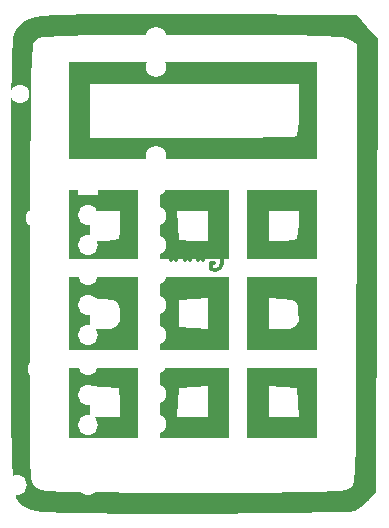
<source format=gbo>
G04 #@! TF.GenerationSoftware,KiCad,Pcbnew,7.0.7*
G04 #@! TF.CreationDate,2024-05-28T19:52:44+02:00*
G04 #@! TF.ProjectId,linefollower_pcb,6c696e65-666f-46c6-9c6f-7765725f7063,rev?*
G04 #@! TF.SameCoordinates,Original*
G04 #@! TF.FileFunction,Legend,Bot*
G04 #@! TF.FilePolarity,Positive*
%FSLAX46Y46*%
G04 Gerber Fmt 4.6, Leading zero omitted, Abs format (unit mm)*
G04 Created by KiCad (PCBNEW 7.0.7) date 2024-05-28 19:52:44*
%MOMM*%
%LPD*%
G01*
G04 APERTURE LIST*
G04 Aperture macros list*
%AMRoundRect*
0 Rectangle with rounded corners*
0 $1 Rounding radius*
0 $2 $3 $4 $5 $6 $7 $8 $9 X,Y pos of 4 corners*
0 Add a 4 corners polygon primitive as box body*
4,1,4,$2,$3,$4,$5,$6,$7,$8,$9,$2,$3,0*
0 Add four circle primitives for the rounded corners*
1,1,$1+$1,$2,$3*
1,1,$1+$1,$4,$5*
1,1,$1+$1,$6,$7*
1,1,$1+$1,$8,$9*
0 Add four rect primitives between the rounded corners*
20,1,$1+$1,$2,$3,$4,$5,0*
20,1,$1+$1,$4,$5,$6,$7,0*
20,1,$1+$1,$6,$7,$8,$9,0*
20,1,$1+$1,$8,$9,$2,$3,0*%
G04 Aperture macros list end*
%ADD10C,0.300000*%
%ADD11R,1.700000X1.700000*%
%ADD12O,1.700000X1.700000*%
%ADD13C,0.800000*%
%ADD14C,5.400000*%
%ADD15R,1.600000X1.600000*%
%ADD16C,1.600000*%
%ADD17C,1.524000*%
%ADD18RoundRect,0.102000X-0.765000X-0.765000X0.765000X-0.765000X0.765000X0.765000X-0.765000X0.765000X0*%
%ADD19C,1.734000*%
G04 APERTURE END LIST*
D10*
X115771427Y-95399757D02*
X115914285Y-95328328D01*
X115914285Y-95328328D02*
X116128570Y-95328328D01*
X116128570Y-95328328D02*
X116342856Y-95399757D01*
X116342856Y-95399757D02*
X116485713Y-95542614D01*
X116485713Y-95542614D02*
X116557142Y-95685471D01*
X116557142Y-95685471D02*
X116628570Y-95971185D01*
X116628570Y-95971185D02*
X116628570Y-96185471D01*
X116628570Y-96185471D02*
X116557142Y-96471185D01*
X116557142Y-96471185D02*
X116485713Y-96614042D01*
X116485713Y-96614042D02*
X116342856Y-96756900D01*
X116342856Y-96756900D02*
X116128570Y-96828328D01*
X116128570Y-96828328D02*
X115985713Y-96828328D01*
X115985713Y-96828328D02*
X115771427Y-96756900D01*
X115771427Y-96756900D02*
X115699999Y-96685471D01*
X115699999Y-96685471D02*
X115699999Y-96185471D01*
X115699999Y-96185471D02*
X115985713Y-96185471D01*
X114842856Y-95328328D02*
X114842856Y-95685471D01*
X115199999Y-95542614D02*
X114842856Y-95685471D01*
X114842856Y-95685471D02*
X114485713Y-95542614D01*
X115057142Y-95971185D02*
X114842856Y-95685471D01*
X114842856Y-95685471D02*
X114628570Y-95971185D01*
X113699999Y-95328328D02*
X113699999Y-95685471D01*
X114057142Y-95542614D02*
X113699999Y-95685471D01*
X113699999Y-95685471D02*
X113342856Y-95542614D01*
X113914285Y-95971185D02*
X113699999Y-95685471D01*
X113699999Y-95685471D02*
X113485713Y-95971185D01*
X112557142Y-95328328D02*
X112557142Y-95685471D01*
X112914285Y-95542614D02*
X112557142Y-95685471D01*
X112557142Y-95685471D02*
X112199999Y-95542614D01*
X112771428Y-95971185D02*
X112557142Y-95685471D01*
X112557142Y-95685471D02*
X112342856Y-95971185D01*
G36*
X124712626Y-111030808D02*
G01*
X121762121Y-111030808D01*
X118811616Y-111030808D01*
X118811616Y-109234849D01*
X120607575Y-109234849D01*
X121904461Y-109234849D01*
X123201347Y-109234849D01*
X123123148Y-108016162D01*
X123044949Y-106797475D01*
X121826262Y-106719276D01*
X120607575Y-106641077D01*
X120607575Y-107937963D01*
X120607575Y-109234849D01*
X118811616Y-109234849D01*
X118811616Y-108080303D01*
X118811616Y-105129798D01*
X121762121Y-105129798D01*
X124712626Y-105129798D01*
X124712626Y-108080303D01*
X124712626Y-109234849D01*
X124712626Y-111030808D01*
G37*
G36*
X117272222Y-108080303D02*
G01*
X117272222Y-111030808D01*
X114321717Y-111030808D01*
X111371212Y-111030808D01*
X111371212Y-109234849D01*
X112882491Y-109234849D01*
X114179377Y-109234849D01*
X115476262Y-109234849D01*
X115476262Y-107937963D01*
X115476262Y-106641077D01*
X114257575Y-106719276D01*
X113038889Y-106797475D01*
X112960690Y-108016162D01*
X112882491Y-109234849D01*
X111371212Y-109234849D01*
X111371212Y-108080303D01*
X111371212Y-105129798D01*
X114321717Y-105129798D01*
X117272222Y-105129798D01*
X117272222Y-106641077D01*
X117272222Y-108080303D01*
G37*
G36*
X117272222Y-100511616D02*
G01*
X117272222Y-103590404D01*
X114321717Y-103590404D01*
X111371212Y-103590404D01*
X111371212Y-101666162D01*
X113038889Y-101666162D01*
X114257575Y-101744361D01*
X115476262Y-101822560D01*
X115476262Y-100511616D01*
X115476262Y-99200673D01*
X114257575Y-99278872D01*
X113038889Y-99357071D01*
X113038889Y-100511616D01*
X113038889Y-101666162D01*
X111371212Y-101666162D01*
X111371212Y-100511616D01*
X111371212Y-97432829D01*
X114321717Y-97432829D01*
X117272222Y-97432829D01*
X117272222Y-99200673D01*
X117272222Y-100511616D01*
G37*
G36*
X117272222Y-92942930D02*
G01*
X117272222Y-95893435D01*
X114321717Y-95893435D01*
X111371212Y-95893435D01*
X111371212Y-92942930D01*
X111371212Y-91788384D01*
X112882491Y-91788384D01*
X112960690Y-93007071D01*
X113038889Y-94225758D01*
X114257575Y-94303957D01*
X115476262Y-94382156D01*
X115476262Y-93085270D01*
X115476262Y-91788384D01*
X114179377Y-91788384D01*
X112882491Y-91788384D01*
X111371212Y-91788384D01*
X111371212Y-89992425D01*
X114321717Y-89992425D01*
X117272222Y-89992425D01*
X117272222Y-91788384D01*
X117272222Y-92942930D01*
G37*
G36*
X109575252Y-111030808D02*
G01*
X106624747Y-111030808D01*
X103674242Y-111030808D01*
X103674242Y-109234849D01*
X105470202Y-109234849D01*
X106767088Y-109234849D01*
X108063973Y-109234849D01*
X107985774Y-108016162D01*
X107907575Y-106797475D01*
X106688889Y-106719276D01*
X105470202Y-106641077D01*
X105470202Y-107937963D01*
X105470202Y-109234849D01*
X103674242Y-109234849D01*
X103674242Y-108080303D01*
X103674242Y-105129798D01*
X106624747Y-105129798D01*
X109575252Y-105129798D01*
X109575252Y-108080303D01*
X109575252Y-109234849D01*
X109575252Y-111030808D01*
G37*
G36*
X124712626Y-103590404D02*
G01*
X121762121Y-103590404D01*
X118811616Y-103590404D01*
X118811616Y-101794445D01*
X120607575Y-101794445D01*
X121770173Y-101794445D01*
X122394183Y-101763756D01*
X122932456Y-101563299D01*
X123146259Y-101082679D01*
X123127168Y-100215334D01*
X123082286Y-99848456D01*
X122934377Y-99503835D01*
X122564102Y-99348814D01*
X121826262Y-99278872D01*
X120607575Y-99200673D01*
X120607575Y-100497559D01*
X120607575Y-101794445D01*
X118811616Y-101794445D01*
X118811616Y-100511616D01*
X118811616Y-97432829D01*
X121762121Y-97432829D01*
X124712626Y-97432829D01*
X124712626Y-100511616D01*
X124712626Y-101082679D01*
X124712626Y-103590404D01*
G37*
G36*
X124712626Y-92942930D02*
G01*
X124712626Y-95893435D01*
X121762121Y-95893435D01*
X118811616Y-95893435D01*
X118811616Y-94354041D01*
X120607575Y-94354041D01*
X121719360Y-94354041D01*
X122006385Y-94348454D01*
X122660489Y-94288162D01*
X123002188Y-94182997D01*
X123045486Y-94103382D01*
X123136842Y-93620130D01*
X123173232Y-92900169D01*
X123173232Y-91788384D01*
X121890404Y-91788384D01*
X120607575Y-91788384D01*
X120607575Y-93071212D01*
X120607575Y-94354041D01*
X118811616Y-94354041D01*
X118811616Y-92942930D01*
X118811616Y-89992425D01*
X121762121Y-89992425D01*
X124712626Y-89992425D01*
X124712626Y-91788384D01*
X124712626Y-92942930D01*
G37*
G36*
X109575252Y-103590404D02*
G01*
X106624747Y-103590404D01*
X103674242Y-103590404D01*
X103674242Y-101794445D01*
X105470202Y-101794445D01*
X106632799Y-101794445D01*
X107256810Y-101763756D01*
X107795082Y-101563299D01*
X108008886Y-101082679D01*
X107989794Y-100215334D01*
X107944913Y-99848456D01*
X107797003Y-99503835D01*
X107426728Y-99348814D01*
X106688889Y-99278872D01*
X105470202Y-99200673D01*
X105470202Y-100497559D01*
X105470202Y-101794445D01*
X103674242Y-101794445D01*
X103674242Y-100511616D01*
X103674242Y-97432829D01*
X106624747Y-97432829D01*
X109575252Y-97432829D01*
X109575252Y-100511616D01*
X109575252Y-101082679D01*
X109575252Y-103590404D01*
G37*
G36*
X109575252Y-92942930D02*
G01*
X109575252Y-95893435D01*
X106624747Y-95893435D01*
X103674242Y-95893435D01*
X103674242Y-94354041D01*
X105470202Y-94354041D01*
X106581986Y-94354041D01*
X106869011Y-94348454D01*
X107523116Y-94288162D01*
X107864815Y-94182997D01*
X107908113Y-94103382D01*
X107999468Y-93620130D01*
X108035858Y-92900169D01*
X108035858Y-91788384D01*
X106753030Y-91788384D01*
X105470202Y-91788384D01*
X105470202Y-93071212D01*
X105470202Y-94354041D01*
X103674242Y-94354041D01*
X103674242Y-92942930D01*
X103674242Y-89992425D01*
X106624747Y-89992425D01*
X109575252Y-89992425D01*
X109575252Y-91788384D01*
X109575252Y-92942930D01*
G37*
G36*
X124712626Y-83321717D02*
G01*
X124712626Y-87426768D01*
X114193434Y-87426768D01*
X103674242Y-87426768D01*
X103674242Y-85630808D01*
X105470202Y-85630808D01*
X114150673Y-85630808D01*
X115696907Y-85628081D01*
X117641643Y-85616407D01*
X119376322Y-85596620D01*
X120840330Y-85569891D01*
X121973053Y-85537391D01*
X122713877Y-85500292D01*
X123002188Y-85459765D01*
X123029186Y-85405974D01*
X123102694Y-84948463D01*
X123153968Y-84152702D01*
X123173232Y-83150674D01*
X123173232Y-81012627D01*
X114321717Y-81012627D01*
X105470202Y-81012627D01*
X105470202Y-83321717D01*
X105470202Y-85630808D01*
X103674242Y-85630808D01*
X103674242Y-83321717D01*
X103674242Y-79216667D01*
X114193434Y-79216667D01*
X124712626Y-79216667D01*
X124712626Y-81012627D01*
X124712626Y-83321717D01*
G37*
G36*
X129784574Y-96387427D02*
G01*
X129715656Y-115607825D01*
X129074242Y-116297880D01*
X129026901Y-116347939D01*
X128443035Y-116868901D01*
X127919697Y-117200179D01*
X127869729Y-117212206D01*
X127382011Y-117253221D01*
X126446073Y-117291936D01*
X125112399Y-117327508D01*
X123431469Y-117359092D01*
X121453765Y-117385846D01*
X119229770Y-117406925D01*
X116809966Y-117421487D01*
X114244834Y-117428687D01*
X113204251Y-117429792D01*
X110360735Y-117430189D01*
X107974787Y-117425259D01*
X106004593Y-117413899D01*
X104408334Y-117395004D01*
X103144196Y-117367469D01*
X102170360Y-117330192D01*
X101445012Y-117282067D01*
X100926334Y-117221991D01*
X100572509Y-117148859D01*
X100341722Y-117061567D01*
X100287948Y-117034159D01*
X100011450Y-116900272D01*
X99771393Y-116772683D01*
X99565210Y-116616762D01*
X99390335Y-116397883D01*
X99244200Y-116081415D01*
X99124240Y-115632732D01*
X99027886Y-115017204D01*
X98952573Y-114200204D01*
X98895733Y-113147103D01*
X98854799Y-111823273D01*
X98827205Y-110194085D01*
X98810385Y-108224912D01*
X98803933Y-106469546D01*
X100367661Y-106469546D01*
X100368868Y-108474754D01*
X100376006Y-110128738D01*
X100389924Y-111467385D01*
X100411469Y-112526581D01*
X100441489Y-113342216D01*
X100480832Y-113950175D01*
X100530346Y-114386346D01*
X100590878Y-114686617D01*
X100663276Y-114886875D01*
X100748388Y-115023007D01*
X100847062Y-115130901D01*
X100976014Y-115246813D01*
X101140860Y-115344540D01*
X101384303Y-115425008D01*
X101749796Y-115489890D01*
X102280792Y-115540864D01*
X103020746Y-115579605D01*
X104013109Y-115607788D01*
X105301336Y-115627089D01*
X106928881Y-115639184D01*
X108939196Y-115645749D01*
X111375735Y-115648459D01*
X114281952Y-115648990D01*
X115982489Y-115648757D01*
X118625126Y-115646576D01*
X120821861Y-115640842D01*
X122615703Y-115630043D01*
X124049661Y-115612666D01*
X125166744Y-115587199D01*
X126009961Y-115552129D01*
X126622320Y-115505944D01*
X127046832Y-115447131D01*
X127326504Y-115374177D01*
X127504346Y-115285570D01*
X127623367Y-115179798D01*
X127650484Y-115146834D01*
X127728262Y-115002388D01*
X127795275Y-114768754D01*
X127852311Y-114410606D01*
X127900163Y-113892613D01*
X127939620Y-113179448D01*
X127971475Y-112235782D01*
X127996516Y-111026286D01*
X128015536Y-109515632D01*
X128029324Y-107668491D01*
X128038672Y-105449535D01*
X128044370Y-102823435D01*
X128047209Y-99754862D01*
X128047980Y-96208488D01*
X128047980Y-77706370D01*
X127477761Y-77306973D01*
X127400034Y-77260407D01*
X127170701Y-77176049D01*
X126812536Y-77106018D01*
X126282841Y-77049030D01*
X125538915Y-77003804D01*
X124538061Y-76969055D01*
X123237578Y-76943501D01*
X121594768Y-76925860D01*
X119566932Y-76914847D01*
X117111370Y-76909180D01*
X114185384Y-76907576D01*
X111539108Y-76909179D01*
X108997902Y-76915512D01*
X106893157Y-76927717D01*
X105184210Y-76946915D01*
X103830399Y-76974227D01*
X102791061Y-77010771D01*
X102025535Y-77057668D01*
X101493158Y-77116038D01*
X101153266Y-77187000D01*
X100965199Y-77271675D01*
X100937712Y-77292475D01*
X100846336Y-77383139D01*
X100767367Y-77524516D01*
X100699737Y-77752176D01*
X100642374Y-78101690D01*
X100594210Y-78608628D01*
X100554173Y-79308561D01*
X100521193Y-80237059D01*
X100494202Y-81429693D01*
X100472128Y-82922033D01*
X100453902Y-84749650D01*
X100438453Y-86948113D01*
X100424712Y-89552995D01*
X100411608Y-92599865D01*
X100398072Y-96124293D01*
X100391155Y-97987700D01*
X100379652Y-101261906D01*
X100371539Y-104077226D01*
X100367661Y-106469546D01*
X98803933Y-106469546D01*
X98801770Y-105881125D01*
X98798795Y-103128095D01*
X98798892Y-99931195D01*
X98799495Y-96255796D01*
X98799598Y-93985386D01*
X98800599Y-90678188D01*
X98803410Y-87827124D01*
X98808926Y-85396872D01*
X98818041Y-83352110D01*
X98831649Y-81657515D01*
X98850646Y-80277765D01*
X98875926Y-79177537D01*
X98908382Y-78321510D01*
X98948910Y-77674360D01*
X98998404Y-77200765D01*
X99057759Y-76865403D01*
X99127869Y-76632952D01*
X99209627Y-76468088D01*
X99303930Y-76335491D01*
X99493034Y-76102489D01*
X99718199Y-75872527D01*
X99991412Y-75680933D01*
X100354951Y-75524496D01*
X100851096Y-75400007D01*
X101522127Y-75304255D01*
X102410323Y-75234030D01*
X103557964Y-75186122D01*
X105007330Y-75157321D01*
X106800699Y-75144417D01*
X108980352Y-75144200D01*
X111588568Y-75153459D01*
X114667627Y-75168985D01*
X128087692Y-75239899D01*
X128970592Y-76203464D01*
X129853491Y-77167029D01*
X129785216Y-96208488D01*
X129784574Y-96387427D01*
G37*
%LPC*%
D11*
X105300000Y-89640000D03*
D12*
X105300000Y-92180000D03*
X105300000Y-94720000D03*
X105300000Y-97260000D03*
X105300000Y-99800000D03*
X105300000Y-102340000D03*
X105300000Y-104880000D03*
X105300000Y-107420000D03*
X105300000Y-109960000D03*
X105300000Y-112500000D03*
X105300000Y-115040000D03*
D13*
X65625000Y-70050000D03*
X66218109Y-68618109D03*
X66218109Y-71481891D03*
X67650000Y-68025000D03*
D14*
X67650000Y-70050000D03*
D13*
X67650000Y-72075000D03*
X69081891Y-68618109D03*
X69081891Y-71481891D03*
X69675000Y-70050000D03*
D15*
X95957349Y-105215000D03*
D16*
X100957349Y-105215000D03*
D17*
X158820000Y-102060000D03*
X158820000Y-91980000D03*
X158820000Y-99540000D03*
X158820000Y-97020000D03*
X158820000Y-104580000D03*
X158820000Y-94500000D03*
X143700000Y-94500000D03*
X143700000Y-97020000D03*
X143700000Y-99540000D03*
X143700000Y-91980000D03*
X143700000Y-102060000D03*
X158820000Y-107100000D03*
X143700000Y-104580000D03*
X143700000Y-107100000D03*
X143700000Y-109620000D03*
X158820000Y-109620000D03*
D11*
X143160000Y-87100000D03*
D12*
X145700000Y-87100000D03*
D15*
X95860000Y-92415000D03*
D16*
X100860000Y-92415000D03*
D18*
X136750000Y-112350000D03*
D19*
X111050000Y-77070000D03*
X111050000Y-79590000D03*
X111050000Y-82110000D03*
X111050000Y-84630000D03*
X111050000Y-87150000D03*
X111050000Y-89670000D03*
X111050000Y-92190000D03*
X111050000Y-94710000D03*
X111050000Y-97230000D03*
X111050000Y-99750000D03*
X111050000Y-102270000D03*
X111050000Y-104790000D03*
X111050000Y-109830000D03*
X111050000Y-107310000D03*
X111050000Y-112350000D03*
X136750000Y-107310000D03*
X136750000Y-104790000D03*
X136750000Y-102270000D03*
X136750000Y-94710000D03*
X136750000Y-92190000D03*
X136750000Y-89670000D03*
X136750000Y-109830000D03*
X136750000Y-87150000D03*
X136750000Y-99750000D03*
X136750000Y-97230000D03*
X136750000Y-79590000D03*
X136750000Y-77070000D03*
X136750000Y-82110000D03*
X136750000Y-84630000D03*
D17*
X90350000Y-116200000D03*
X72250000Y-116200000D03*
X90350000Y-75300000D03*
X72250000Y-75300000D03*
D16*
X97060000Y-81915000D03*
X99560000Y-81915000D03*
D13*
X157225000Y-70150000D03*
X157818109Y-68718109D03*
X157818109Y-71581891D03*
X159250000Y-68125000D03*
D14*
X159250000Y-70150000D03*
D13*
X159250000Y-72175000D03*
X160681891Y-68718109D03*
X160681891Y-71581891D03*
X161275000Y-70150000D03*
X156925000Y-121175000D03*
X157518109Y-119743109D03*
X157518109Y-122606891D03*
X158950000Y-119150000D03*
D14*
X158950000Y-121175000D03*
D13*
X158950000Y-123200000D03*
X160381891Y-119743109D03*
X160381891Y-122606891D03*
X160975000Y-121175000D03*
X65550000Y-121350000D03*
X66143109Y-119918109D03*
X66143109Y-122781891D03*
X67575000Y-119325000D03*
D14*
X67575000Y-121350000D03*
D13*
X67575000Y-123375000D03*
X69006891Y-119918109D03*
X69006891Y-122781891D03*
X69600000Y-121350000D03*
D11*
X159500000Y-87100000D03*
D12*
X156960000Y-87100000D03*
D11*
X96785000Y-115015000D03*
D12*
X99325000Y-115015000D03*
%LPD*%
M02*

</source>
